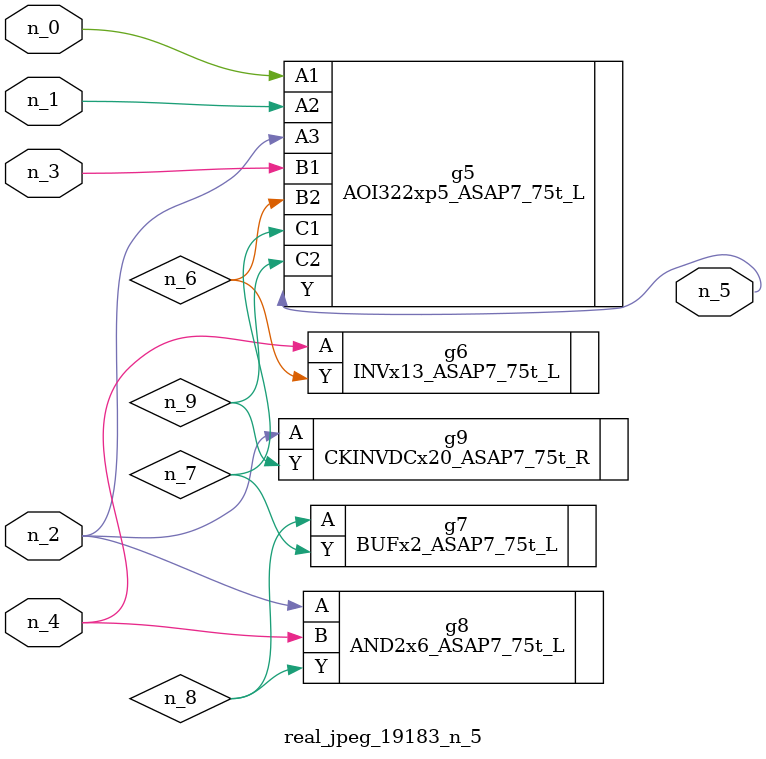
<source format=v>
module real_jpeg_19183_n_5 (n_4, n_0, n_1, n_2, n_3, n_5);

input n_4;
input n_0;
input n_1;
input n_2;
input n_3;

output n_5;

wire n_8;
wire n_6;
wire n_7;
wire n_9;

AOI322xp5_ASAP7_75t_L g5 ( 
.A1(n_0),
.A2(n_1),
.A3(n_2),
.B1(n_3),
.B2(n_6),
.C1(n_7),
.C2(n_9),
.Y(n_5)
);

AND2x6_ASAP7_75t_L g8 ( 
.A(n_2),
.B(n_4),
.Y(n_8)
);

CKINVDCx20_ASAP7_75t_R g9 ( 
.A(n_2),
.Y(n_9)
);

INVx13_ASAP7_75t_L g6 ( 
.A(n_4),
.Y(n_6)
);

BUFx2_ASAP7_75t_L g7 ( 
.A(n_8),
.Y(n_7)
);


endmodule
</source>
